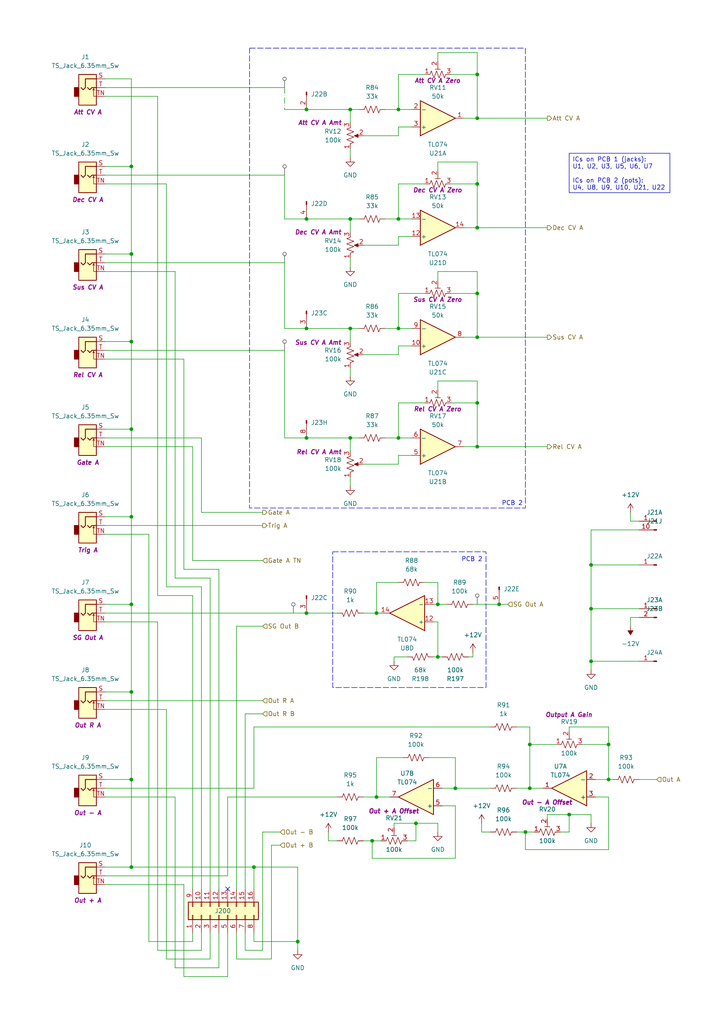
<source format=kicad_sch>
(kicad_sch (version 20250114) (generator "eeschema") (generator_version "9.0")
  (paper "A4" portrait)
  (title_block (company "DMH Instruments") (comment 1 "PCB for 15cm Kosmo format synthesizer module"))
  (lib_symbols
    (symbol "Amplifier_Operational:TL074" (pin_names (offset 0.127))
      (property "Reference" "U" (at 0 5.08 0))
      (property "Value" "TL074" (at 0 -5.08 0))
      (symbol "TL074_1_1"
        (pin input line (at -7.62 2.54 0) (length 2.54) (name "+") (number "3"))
        (pin input line (at -7.62 -2.54 0) (length 2.54) (name "-") (number "2"))
        (pin output line (at 7.62 0 180) (length 2.54) (name "~") (number "1"))
      )
      (symbol "TL074_2_1"
        (pin input line (at -7.62 2.54 0) (length 2.54) (name "+") (number "5"))
        (pin input line (at -7.62 -2.54 0) (length 2.54) (name "-") (number "6"))
        (pin output line (at 7.62 0 180) (length 2.54) (name "~") (number "7"))
      )
      (symbol "TL074_3_1"
        (pin input line (at -7.62 2.54 0) (length 2.54) (name "+") (number "10"))
        (pin input line (at -7.62 -2.54 0) (length 2.54) (name "-") (number "9"))
        (pin output line (at 7.62 0 180) (length 2.54) (name "~") (number "8"))
      )
      (symbol "TL074_4_1"
        (pin input line (at -7.62 2.54 0) (length 2.54) (name "+") (number "12"))
        (pin input line (at -7.62 -2.54 0) (length 2.54) (name "-") (number "13"))
        (pin output line (at 7.62 0 180) (length 2.54) (name "~") (number "14"))
      )
      (symbol "TL074_5_1"
        (pin power_in line (at -2.54 7.62 270) (length 3.81) (name "V+") (number "4"))
        (pin power_in line (at -2.54 -7.62 90) (length 3.81) (name "V-") (number "11"))
      )
    )
    (symbol "Device:R_Potentiometer_Trim_US" (pin_names (offset 1.016) (hide yes))
      (property "Reference" "RV" (at -4.445 0 90))
      (property "Value" "R_Potentiometer_Trim_US" (at -2.54 0 90))
      (symbol "R_Potentiometer_Trim_US_1_1"
        (pin passive line (at 0 3.81 270) (length 1.27) (name "1") (number "1"))
        (pin passive line (at 0 -3.81 90) (length 1.27) (name "3") (number "3"))
        (pin passive line (at 3.81 0 180) (length 1.27) (name "2") (number "2"))
      )
    )
    (symbol "Device:R_Potentiometer_US" (pin_names (offset 1.016) (hide yes))
      (property "Reference" "RV" (at -4.445 0 90))
      (property "Value" "R_Potentiometer_US" (at -2.54 0 90))
      (symbol "R_Potentiometer_US_1_1"
        (pin passive line (at 0 3.81 270) (length 1.27) (name "1") (number "1"))
        (pin passive line (at 0 -3.81 90) (length 1.27) (name "3") (number "3"))
        (pin passive line (at 3.81 0 180) (length 1.27) (name "2") (number "2"))
      )
    )
    (symbol "Device:R_US" (pin_numbers (hide yes)) (pin_names (offset 0))
      (property "Reference" "R" (at 2.54 0 90))
      (property "Value" "R_US" (at -2.54 0 90))
      (symbol "R_US_1_1"
        (pin passive line (at 0 3.81 270) (length 1.27) (name "~") (number "1"))
        (pin passive line (at 0 -3.81 90) (length 1.27) (name "~") (number "2"))
      )
    )
    (symbol "SynthStuff:BackBone_Connector_16Pin" (pin_names (offset 1.016) (hide yes))
      (property "Reference" "J" (at 1.27 -16.51 0))
      (property "Value" "IDC_02x08" (at 1.27 -13.97 0))
      (symbol "BackBone_Connector_16Pin_1_1"
        (pin passive line (at -5.08 7.62 0) (length 3.81) (name "Pin_1") (number "1"))
        (pin passive line (at -5.08 5.08 0) (length 3.81) (name "Pin_2") (number "2"))
        (pin passive line (at -5.08 2.54 0) (length 3.81) (name "Pin_3") (number "3"))
        (pin passive line (at -5.08 0 0) (length 3.81) (name "Pin_4") (number "4"))
        (pin passive line (at -5.08 -2.54 0) (length 3.81) (name "Pin_5") (number "5"))
        (pin passive line (at -5.08 -5.08 0) (length 3.81) (name "Pin_6") (number "6"))
        (pin passive line (at -5.08 -7.62 0) (length 3.81) (name "Pin_7") (number "7"))
        (pin passive line (at -5.08 -10.16 0) (length 3.81) (name "Pin_8") (number "8"))
        (pin passive line (at 7.62 7.62 180) (length 3.81) (name "Pin_9") (number "9"))
        (pin passive line (at 7.62 5.08 180) (length 3.81) (name "Pin_10") (number "10"))
        (pin passive line (at 7.62 2.54 180) (length 3.81) (name "Pin_11") (number "11"))
        (pin passive line (at 7.62 0 180) (length 3.81) (name "Pin_12") (number "12"))
        (pin passive line (at 7.62 -2.54 180) (length 3.81) (name "Pin_13") (number "13"))
        (pin passive line (at 7.62 -5.08 180) (length 3.81) (name "Pin_14") (number "14"))
        (pin passive line (at 7.62 -7.62 180) (length 3.81) (name "Pin_15") (number "15"))
        (pin passive line (at 7.62 -10.16 180) (length 3.81) (name "Pin_16") (number "16"))
      )
    )
    (symbol "SynthStuff:Conn_01x06_PinHeader" (pin_names (offset 1.016) (hide yes))
      (property "Reference" "J" (at 0 2.54 0))
      (symbol "Conn_01x06_PinHeader_1_1"
        (pin passive line (at 5.08 0 180) (length 3.81) (name "Pin_1") (number "1"))
      )
      (symbol "Conn_01x06_PinHeader_2_1"
        (pin passive line (at 5.08 0 180) (length 3.81) (name "Pin_2") (number "2"))
      )
      (symbol "Conn_01x06_PinHeader_3_1"
        (pin passive line (at 5.08 0 180) (length 3.81) (name "Pin_3") (number "3"))
      )
      (symbol "Conn_01x06_PinHeader_4_1"
        (pin passive line (at 5.08 0 180) (length 3.81) (name "Pin_4") (number "4"))
      )
      (symbol "Conn_01x06_PinHeader_5_1"
        (pin passive line (at 5.08 0 180) (length 3.81) (name "Pin_5") (number "5"))
      )
      (symbol "Conn_01x06_PinHeader_6_1"
        (pin passive line (at 5.08 0 180) (length 3.81) (name "Pin_6") (number "6"))
      )
    )
    (symbol "SynthStuff:Conn_01x10_PinHeader" (pin_names (offset 1.016) (hide yes))
      (property "Reference" "J" (at 0 2.54 0))
      (symbol "Conn_01x10_PinHeader_1_1"
        (pin passive line (at 5.08 0 180) (length 3.81) (name "Pin_1") (number "1"))
      )
      (symbol "Conn_01x10_PinHeader_2_1"
        (pin passive line (at 5.08 0 180) (length 3.81) (name "Pin_2") (number "2"))
      )
      (symbol "Conn_01x10_PinHeader_3_1"
        (pin passive line (at 5.08 0 180) (length 3.81) (name "Pin_3") (number "3"))
      )
      (symbol "Conn_01x10_PinHeader_4_1"
        (pin passive line (at 5.08 0 180) (length 3.81) (name "Pin_4") (number "4"))
      )
      (symbol "Conn_01x10_PinHeader_5_1"
        (pin passive line (at 5.08 0 180) (length 3.81) (name "Pin_5") (number "5"))
      )
      (symbol "Conn_01x10_PinHeader_6_1"
        (pin passive line (at 5.08 0 180) (length 3.81) (name "Pin_6") (number "6"))
      )
      (symbol "Conn_01x10_PinHeader_7_1"
        (pin passive line (at 5.08 0 180) (length 3.81) (name "Pin_7") (number "7"))
      )
      (symbol "Conn_01x10_PinHeader_8_1"
        (pin passive line (at 5.08 0 180) (length 3.81) (name "Pin_8") (number "8"))
      )
      (symbol "Conn_01x10_PinHeader_9_1"
        (pin passive line (at 5.08 0 180) (length 3.81) (name "Pin_9") (number "9"))
      )
      (symbol "Conn_01x10_PinHeader_10_1"
        (pin passive line (at 5.08 0 180) (length 3.81) (name "Pin_10") (number "10"))
      )
    )
    (symbol "SynthStuff:TS_Jack_6.35mm_Sw"
      (property "Reference" "J" (at -0.635 8.89 0))
      (property "Value" "TS_Jack_6.35mm_Sw" (at -0.635 6.35 0))
      (symbol "TS_Jack_6.35mm_Sw_1_1"
        (pin passive line (at 5.08 2.54 180) (length 2.54) (name "~") (number "S"))
        (pin passive line (at 5.08 0 180) (length 2.54) (name "~") (number "T"))
        (pin passive line (at 5.08 -2.54 180) (length 2.54) (name "~") (number "TN"))
      )
    )
    (symbol "power:+12V" (power) (pin_numbers (hide yes)) (pin_names (offset 0) (hide yes))
      (property "Value" "+12V" (at 0 3.556 0))
      (symbol "+12V_1_1"
        (pin power_in line (at 0 0 90) (length 0) (name "~") (number "1"))
      )
    )
    (symbol "power:-12V" (power) (pin_numbers (hide yes)) (pin_names (offset 0) (hide yes))
      (property "Value" "-12V" (at 0 3.556 0))
      (symbol "-12V_0_0"
        (pin power_in line (at 0 0 90) (length 0) (name "~") (number "1"))
      )
    )
    (symbol "power:GND" (power) (pin_numbers (hide yes)) (pin_names (offset 0) (hide yes))
      (property "Value" "GND" (at 0 -3.81 0))
      (symbol "GND_1_1"
        (pin power_in line (at 0 0 270) (length 0) (name "~") (number "1"))
      )
    )
  )
  (rectangle (start 72.39 13.97) (end 152.4 147.32) (stroke (width 0) (type dash)))
  (rectangle (start 96.52 160.02) (end 140.97 199.39) (stroke (width 0) (type dash)))
  (text "PCB 2" (at 148.59 146.05 0) (effects (font (size 1.27 1.27))))
  (text "PCB 2" (at 136.906 162.306 0) (effects (font (size 1.27 1.27))))
  (text_box "ICs on PCB 1 (jacks):\nU1, U2, U3, U5, U6, U7\n\nICs on PCB 2 (pots):\nU4, U8, U9, U10, U21, U22" (at 165.1 44.45 0) (size 29.21 11.43) (margins 0.9525 0.9525 0.9525 0.9525) (effects (font (size 1.27 1.27)) (justify left top)))
  (junction (at 107.95 243.84))
  (junction (at 176.53 215.9))
  (junction (at 171.45 163.83))
  (junction (at 38.1 124.46))
  (junction (at 115.57 95.25))
  (junction (at 38.1 175.26))
  (junction (at 144.78 175.26))
  (junction (at 38.1 99.06))
  (junction (at 165.1 236.22))
  (junction (at 73.66 251.46))
  (junction (at 120.65 238.76))
  (junction (at 38.1 226.06))
  (junction (at 171.45 176.53))
  (junction (at 176.53 226.06))
  (junction (at 153.67 228.6))
  (junction (at 138.43 116.84))
  (junction (at 115.57 31.75))
  (junction (at 127 175.26))
  (junction (at 153.67 215.9))
  (junction (at 109.22 177.8))
  (junction (at 101.6 95.25))
  (junction (at 138.43 129.54))
  (junction (at 138.43 85.09))
  (junction (at 171.45 191.77))
  (junction (at 109.22 231.14))
  (junction (at 38.1 200.66))
  (junction (at 138.43 21.59))
  (junction (at 127 190.5))
  (junction (at 88.9 95.25))
  (junction (at 132.08 228.6))
  (junction (at 138.43 66.04))
  (junction (at 86.36 273.05))
  (junction (at 138.43 34.29))
  (junction (at 115.57 127))
  (junction (at 88.9 177.8))
  (junction (at 88.9 63.5))
  (junction (at 115.57 63.5))
  (junction (at 101.6 63.5))
  (junction (at 152.4 241.3))
  (junction (at 101.6 31.75))
  (junction (at 138.43 97.79))
  (junction (at 88.9 127))
  (junction (at 38.1 251.46))
  (junction (at 88.9 31.75))
  (junction (at 38.1 48.26))
  (junction (at 38.1 149.86))
  (junction (at 138.43 53.34))
  (junction (at 101.6 127))
  (junction (at 38.1 73.66))
  (no_connect (at 66.04 257.81))
  (wire (pts (xy 138.43 34.29) (xy 158.75 34.29)))
  (wire (pts (xy 50.8 78.74) (xy 50.8 167.64)))
  (wire (pts (xy 76.2 275.59) (xy 71.12 275.59)))
  (wire (pts (xy 95.25 243.84) (xy 95.25 241.3)))
  (wire (pts (xy 73.66 270.51) (xy 73.66 273.05)))
  (wire (pts (xy 182.88 179.07) (xy 185.42 179.07)))
  (wire (pts (xy 185.42 226.06) (xy 190.5 226.06)))
  (wire (pts (xy 115.57 71.12) (xy 115.57 68.58)))
  (wire (pts (xy 48.26 278.13) (xy 60.96 278.13)))
  (wire (pts (xy 127 190.5) (xy 128.27 190.5)))
  (wire (pts (xy 118.11 243.84) (xy 120.65 243.84)))
  (wire (pts (xy 115.57 134.62) (xy 115.57 132.08)))
  (wire (pts (xy 30.48 25.4) (xy 82.55 25.4)))
  (wire (pts (xy 101.6 31.75) (xy 104.14 31.75)))
  (wire (pts (xy 88.9 95.25) (xy 101.6 95.25)))
  (wire (pts (xy 53.34 283.21) (xy 66.04 283.21)))
  (wire (pts (xy 101.6 95.25) (xy 104.14 95.25)))
  (wire (pts (xy 105.41 243.84) (xy 107.95 243.84)))
  (wire (pts (xy 30.48 101.6) (xy 82.55 101.6)))
  (wire (pts (xy 30.48 200.66) (xy 38.1 200.66)))
  (wire (pts (xy 58.42 170.18) (xy 58.42 257.81)))
  (wire (pts (xy 55.88 162.56) (xy 76.2 162.56)))
  (wire (pts (xy 152.4 241.3) (xy 154.94 241.3)))
  (wire (pts (xy 30.48 154.94) (xy 43.18 154.94)))
  (wire (pts (xy 115.57 100.33) (xy 119.38 100.33)))
  (wire (pts (xy 115.57 68.58) (xy 119.38 68.58)))
  (wire (pts (xy 115.57 102.87) (xy 115.57 100.33)))
  (wire (pts (xy 171.45 163.83) (xy 171.45 176.53)))
  (wire (pts (xy 50.8 231.14) (xy 50.8 280.67)))
  (wire (pts (xy 53.34 104.14) (xy 30.48 104.14)))
  (wire (pts (xy 88.9 31.75) (xy 101.6 31.75)))
  (wire (pts (xy 82.55 76.2) (xy 82.55 95.25)))
  (wire (pts (xy 73.66 228.6) (xy 73.66 210.82)))
  (wire (pts (xy 45.72 275.59) (xy 58.42 275.59)))
  (wire (pts (xy 78.74 245.11) (xy 78.74 278.13)))
  (wire (pts (xy 127 168.91) (xy 127 175.26)))
  (wire (pts (xy 165.1 210.82) (xy 176.53 210.82)))
  (wire (pts (xy 30.48 50.8) (xy 82.55 50.8)))
  (wire (pts (xy 171.45 236.22) (xy 171.45 238.76)))
  (wire (pts (xy 38.1 124.46) (xy 38.1 149.86)))
  (wire (pts (xy 50.8 280.67) (xy 63.5 280.67)))
  (wire (pts (xy 130.81 116.84) (xy 138.43 116.84)))
  (wire (pts (xy 153.67 228.6) (xy 157.48 228.6)))
  (wire (pts (xy 50.8 167.64) (xy 60.96 167.64)))
  (wire (pts (xy 127 238.76) (xy 120.65 238.76)))
  (wire (pts (xy 78.74 278.13) (xy 68.58 278.13)))
  (wire (pts (xy 172.72 226.06) (xy 176.53 226.06)))
  (wire (pts (xy 30.48 226.06) (xy 38.1 226.06)))
  (wire (pts (xy 111.76 95.25) (xy 115.57 95.25)))
  (wire (pts (xy 76.2 181.61) (xy 68.58 181.61)))
  (wire (pts (xy 82.55 95.25) (xy 88.9 95.25)))
  (wire (pts (xy 105.41 102.87) (xy 115.57 102.87)))
  (wire (pts (xy 129.54 175.26) (xy 127 175.26)))
  (wire (pts (xy 30.48 22.86) (xy 38.1 22.86)))
  (wire (pts (xy 53.34 104.14) (xy 53.34 165.1)))
  (wire (pts (xy 115.57 132.08) (xy 119.38 132.08)))
  (wire (pts (xy 118.11 190.5) (xy 114.3 190.5)))
  (wire (pts (xy 171.45 176.53) (xy 185.42 176.53)))
  (wire (pts (xy 110.49 177.8) (xy 109.22 177.8)))
  (wire (pts (xy 38.1 200.66) (xy 38.1 226.06)))
  (wire (pts (xy 82.55 101.6) (xy 82.55 127)))
  (wire (pts (xy 138.43 129.54) (xy 158.75 129.54)))
  (wire (pts (xy 115.57 39.37) (xy 115.57 36.83)))
  (wire (pts (xy 111.76 63.5) (xy 115.57 63.5)))
  (wire (pts (xy 139.7 241.3) (xy 142.24 241.3)))
  (wire (pts (xy 71.12 275.59) (xy 71.12 270.51)))
  (wire (pts (xy 176.53 210.82) (xy 176.53 215.9)))
  (wire (pts (xy 45.72 180.34) (xy 45.72 275.59)))
  (wire (pts (xy 101.6 127) (xy 104.14 127)))
  (wire (pts (xy 86.36 275.59) (xy 86.36 273.05)))
  (wire (pts (xy 58.42 275.59) (xy 58.42 270.51)))
  (wire (pts (xy 125.73 180.34) (xy 127 180.34)))
  (wire (pts (xy 152.4 246.38) (xy 176.53 246.38)))
  (wire (pts (xy 30.48 129.54) (xy 55.88 129.54)))
  (wire (pts (xy 66.04 231.14) (xy 97.79 231.14)))
  (wire (pts (xy 101.6 95.25) (xy 101.6 99.06)))
  (wire (pts (xy 127 49.53) (xy 127 46.99)))
  (wire (pts (xy 124.46 219.71) (xy 132.08 219.71)))
  (wire (pts (xy 30.48 76.2) (xy 82.55 76.2)))
  (wire (pts (xy 48.26 170.18) (xy 58.42 170.18)))
  (wire (pts (xy 127 110.49) (xy 138.43 110.49)))
  (wire (pts (xy 30.48 48.26) (xy 38.1 48.26)))
  (wire (pts (xy 88.9 63.5) (xy 101.6 63.5)))
  (wire (pts (xy 81.28 241.3) (xy 76.2 241.3)))
  (wire (pts (xy 172.72 231.14) (xy 176.53 231.14)))
  (wire (pts (xy 185.42 153.67) (xy 171.45 153.67)))
  (wire (pts (xy 45.72 172.72) (xy 55.88 172.72)))
  (wire (pts (xy 176.53 215.9) (xy 176.53 226.06)))
  (wire (pts (xy 138.43 15.24) (xy 138.43 21.59)))
  (wire (pts (xy 88.9 177.8) (xy 97.79 177.8)))
  (wire (pts (xy 105.41 39.37) (xy 115.57 39.37)))
  (wire (pts (xy 158.75 236.22) (xy 165.1 236.22)))
  (wire (pts (xy 171.45 153.67) (xy 171.45 163.83)))
  (wire (pts (xy 128.27 233.68) (xy 132.08 233.68)))
  (wire (pts (xy 38.1 99.06) (xy 38.1 124.46)))
  (wire (pts (xy 115.57 95.25) (xy 119.38 95.25)))
  (wire (pts (xy 30.48 203.2) (xy 76.2 203.2)))
  (wire (pts (xy 115.57 36.83) (xy 119.38 36.83)))
  (wire (pts (xy 38.1 251.46) (xy 73.66 251.46)))
  (wire (pts (xy 81.28 245.11) (xy 78.74 245.11)))
  (wire (pts (xy 101.6 106.68) (xy 101.6 109.22)))
  (wire (pts (xy 182.88 148.59) (xy 182.88 151.13)))
  (wire (pts (xy 127 113.03) (xy 127 110.49)))
  (wire (pts (xy 176.53 246.38) (xy 176.53 231.14)))
  (wire (pts (xy 38.1 73.66) (xy 38.1 99.06)))
  (wire (pts (xy 30.48 231.14) (xy 50.8 231.14)))
  (wire (pts (xy 115.57 116.84) (xy 123.19 116.84)))
  (wire (pts (xy 125.73 190.5) (xy 127 190.5)))
  (wire (pts (xy 76.2 207.01) (xy 71.12 207.01)))
  (wire (pts (xy 130.81 21.59) (xy 138.43 21.59)))
  (wire (pts (xy 30.48 27.94) (xy 45.72 27.94)))
  (wire (pts (xy 115.57 85.09) (xy 123.19 85.09)))
  (wire (pts (xy 30.48 254) (xy 66.04 254)))
  (wire (pts (xy 115.57 53.34) (xy 123.19 53.34)))
  (wire (pts (xy 153.67 210.82) (xy 153.67 215.9)))
  (wire (pts (xy 165.1 212.09) (xy 165.1 210.82)))
  (wire (pts (xy 38.1 149.86) (xy 38.1 175.26)))
  (wire (pts (xy 111.76 127) (xy 115.57 127)))
  (wire (pts (xy 132.08 233.68) (xy 132.08 248.92)))
  (wire (pts (xy 114.3 238.76) (xy 114.3 240.03)))
  (wire (pts (xy 158.75 237.49) (xy 158.75 236.22)))
  (wire (pts (xy 82.55 127) (xy 88.9 127)))
  (wire (pts (xy 171.45 191.77) (xy 185.42 191.77)))
  (wire (pts (xy 138.43 46.99) (xy 138.43 53.34)))
  (wire (pts (xy 73.66 251.46) (xy 73.66 257.81)))
  (wire (pts (xy 43.18 154.94) (xy 43.18 273.05)))
  (wire (pts (xy 105.41 71.12) (xy 115.57 71.12)))
  (wire (pts (xy 38.1 226.06) (xy 38.1 251.46)))
  (wire (pts (xy 139.7 238.76) (xy 139.7 241.3)))
  (wire (pts (xy 127 175.26) (xy 125.73 175.26)))
  (wire (pts (xy 123.19 168.91) (xy 127 168.91)))
  (wire (pts (xy 101.6 127) (xy 101.6 130.81)))
  (wire (pts (xy 109.22 231.14) (xy 113.03 231.14)))
  (wire (pts (xy 168.91 215.9) (xy 176.53 215.9)))
  (wire (pts (xy 132.08 248.92) (xy 107.95 248.92)))
  (wire (pts (xy 127 241.3) (xy 127 238.76)))
  (wire (pts (xy 116.84 219.71) (xy 109.22 219.71)))
  (wire (pts (xy 73.66 251.46) (xy 86.36 251.46)))
  (wire (pts (xy 58.42 127) (xy 58.42 148.59)))
  (wire (pts (xy 66.04 231.14) (xy 66.04 254)))
  (wire (pts (xy 53.34 256.54) (xy 53.34 283.21)))
  (wire (pts (xy 149.86 210.82) (xy 153.67 210.82)))
  (wire (pts (xy 82.55 63.5) (xy 88.9 63.5)))
  (wire (pts (xy 30.48 177.8) (xy 88.9 177.8)))
  (wire (pts (xy 86.36 273.05) (xy 86.36 251.46)))
  (wire (pts (xy 101.6 31.75) (xy 101.6 35.56)))
  (wire (pts (xy 109.22 219.71) (xy 109.22 231.14)))
  (wire (pts (xy 30.48 99.06) (xy 38.1 99.06)))
  (wire (pts (xy 127 180.34) (xy 127 190.5)))
  (wire (pts (xy 73.66 210.82) (xy 142.24 210.82)))
  (wire (pts (xy 30.48 175.26) (xy 38.1 175.26)))
  (wire (pts (xy 138.43 34.29) (xy 134.62 34.29)))
  (wire (pts (xy 30.48 152.4) (xy 76.2 152.4)))
  (wire (pts (xy 144.78 175.26) (xy 147.32 175.26)))
  (wire (pts (xy 132.08 228.6) (xy 142.24 228.6)))
  (wire (pts (xy 30.48 124.46) (xy 38.1 124.46)))
  (wire (pts (xy 30.48 228.6) (xy 73.66 228.6)))
  (wire (pts (xy 68.58 181.61) (xy 68.58 257.81)))
  (wire (pts (xy 127 17.78) (xy 127 15.24)))
  (wire (pts (xy 138.43 116.84) (xy 138.43 129.54)))
  (wire (pts (xy 82.55 31.75) (xy 88.9 31.75)))
  (wire (pts (xy 135.89 190.5) (xy 137.16 190.5)))
  (wire (pts (xy 45.72 27.94) (xy 45.72 172.72)))
  (wire (pts (xy 138.43 97.79) (xy 134.62 97.79)))
  (wire (pts (xy 63.5 280.67) (xy 63.5 270.51)))
  (wire (pts (xy 55.88 129.54) (xy 55.88 162.56)))
  (wire (pts (xy 130.81 53.34) (xy 138.43 53.34)))
  (wire (pts (xy 88.9 127) (xy 101.6 127)))
  (wire (pts (xy 137.16 175.26) (xy 144.78 175.26)))
  (wire (pts (xy 115.57 127) (xy 119.38 127)))
  (wire (pts (xy 97.79 243.84) (xy 95.25 243.84)))
  (wire (pts (xy 73.66 273.05) (xy 86.36 273.05)))
  (wire (pts (xy 138.43 21.59) (xy 138.43 34.29)))
  (wire (pts (xy 43.18 273.05) (xy 55.88 273.05)))
  (wire (pts (xy 138.43 129.54) (xy 134.62 129.54)))
  (wire (pts (xy 185.42 151.13) (xy 182.88 151.13)))
  (wire (pts (xy 114.3 190.5) (xy 114.3 191.77)))
  (wire (pts (xy 107.95 243.84) (xy 107.95 248.92)))
  (wire (pts (xy 30.48 78.74) (xy 50.8 78.74)))
  (wire (pts (xy 138.43 66.04) (xy 158.75 66.04)))
  (wire (pts (xy 115.57 21.59) (xy 123.19 21.59)))
  (wire (pts (xy 101.6 74.93) (xy 101.6 77.47)))
  (wire (pts (xy 165.1 241.3) (xy 162.56 241.3)))
  (wire (pts (xy 138.43 97.79) (xy 158.75 97.79)))
  (wire (pts (xy 171.45 191.77) (xy 171.45 194.31)))
  (wire (pts (xy 127 46.99) (xy 138.43 46.99)))
  (wire (pts (xy 171.45 163.83) (xy 185.42 163.83)))
  (wire (pts (xy 138.43 78.74) (xy 138.43 85.09)))
  (wire (pts (xy 120.65 238.76) (xy 120.65 243.84)))
  (wire (pts (xy 149.86 228.6) (xy 153.67 228.6)))
  (wire (pts (xy 127 15.24) (xy 138.43 15.24)))
  (wire (pts (xy 149.86 241.3) (xy 152.4 241.3)))
  (wire (pts (xy 101.6 43.18) (xy 101.6 45.72)))
  (wire (pts (xy 138.43 53.34) (xy 138.43 66.04)))
  (wire (pts (xy 153.67 215.9) (xy 153.67 228.6)))
  (wire (pts (xy 58.42 148.59) (xy 76.2 148.59)))
  (wire (pts (xy 38.1 22.86) (xy 38.1 48.26)))
  (wire (pts (xy 76.2 241.3) (xy 76.2 275.59)))
  (wire (pts (xy 115.57 21.59) (xy 115.57 31.75)))
  (wire (pts (xy 38.1 48.26) (xy 38.1 73.66)))
  (wire (pts (xy 115.57 85.09) (xy 115.57 95.25)))
  (wire (pts (xy 30.48 149.86) (xy 38.1 149.86)))
  (wire (pts (xy 171.45 176.53) (xy 171.45 191.77)))
  (wire (pts (xy 137.16 190.5) (xy 137.16 189.23)))
  (wire (pts (xy 138.43 110.49) (xy 138.43 116.84)))
  (wire (pts (xy 138.43 66.04) (xy 134.62 66.04)))
  (wire (pts (xy 107.95 243.84) (xy 110.49 243.84)))
  (wire (pts (xy 38.1 251.46) (xy 30.48 251.46)))
  (wire (pts (xy 111.76 31.75) (xy 115.57 31.75)))
  (wire (pts (xy 161.29 215.9) (xy 153.67 215.9)))
  (wire (pts (xy 53.34 165.1) (xy 63.5 165.1)))
  (wire (pts (xy 138.43 85.09) (xy 138.43 97.79)))
  (wire (pts (xy 127 81.28) (xy 127 78.74)))
  (wire (pts (xy 132.08 219.71) (xy 132.08 228.6)))
  (wire (pts (xy 30.48 127) (xy 58.42 127)))
  (wire (pts (xy 48.26 53.34) (xy 48.26 170.18)))
  (wire (pts (xy 120.65 238.76) (xy 114.3 238.76)))
  (wire (pts (xy 60.96 167.64) (xy 60.96 257.81)))
  (wire (pts (xy 115.57 168.91) (xy 109.22 168.91)))
  (wire (pts (xy 101.6 63.5) (xy 101.6 67.31)))
  (wire (pts (xy 115.57 116.84) (xy 115.57 127)))
  (wire (pts (xy 30.48 73.66) (xy 38.1 73.66)))
  (wire (pts (xy 30.48 53.34) (xy 48.26 53.34)))
  (wire (pts (xy 55.88 172.72) (xy 55.88 257.81)))
  (wire (pts (xy 176.53 226.06) (xy 177.8 226.06)))
  (wire (pts (xy 109.22 168.91) (xy 109.22 177.8)))
  (wire (pts (xy 182.88 181.61) (xy 182.88 179.07)))
  (wire (pts (xy 48.26 205.74) (xy 48.26 278.13)))
  (wire (pts (xy 115.57 53.34) (xy 115.57 63.5)))
  (wire (pts (xy 68.58 278.13) (xy 68.58 270.51)))
  (wire (pts (xy 105.41 231.14) (xy 109.22 231.14)))
  (wire (pts (xy 60.96 278.13) (xy 60.96 270.51)))
  (wire (pts (xy 115.57 31.75) (xy 119.38 31.75)))
  (wire (pts (xy 105.41 134.62) (xy 115.57 134.62)))
  (wire (pts (xy 165.1 241.3) (xy 165.1 236.22)))
  (wire (pts (xy 30.48 180.34) (xy 45.72 180.34)))
  (wire (pts (xy 130.81 85.09) (xy 138.43 85.09)))
  (wire (pts (xy 82.55 25.4) (xy 82.55 31.75)) (stroke (width 0) (type dash_dot)))
  (wire (pts (xy 128.27 228.6) (xy 132.08 228.6)))
  (wire (pts (xy 115.57 63.5) (xy 119.38 63.5)))
  (wire (pts (xy 152.4 241.3) (xy 152.4 246.38)))
  (wire (pts (xy 63.5 165.1) (xy 63.5 257.81)))
  (wire (pts (xy 38.1 175.26) (xy 38.1 200.66)))
  (wire (pts (xy 101.6 63.5) (xy 104.14 63.5)))
  (wire (pts (xy 82.55 50.8) (xy 82.55 63.5)))
  (wire (pts (xy 55.88 273.05) (xy 55.88 270.51)))
  (wire (pts (xy 66.04 283.21) (xy 66.04 270.51)))
  (wire (pts (xy 30.48 256.54) (xy 53.34 256.54)))
  (wire (pts (xy 71.12 207.01) (xy 71.12 257.81)))
  (wire (pts (xy 101.6 138.43) (xy 101.6 140.97)))
  (wire (pts (xy 165.1 236.22) (xy 171.45 236.22)))
  (wire (pts (xy 105.41 177.8) (xy 109.22 177.8)))
  (wire (pts (xy 127 78.74) (xy 138.43 78.74)))
  (wire (pts (xy 30.48 205.74) (xy 48.26 205.74)))
  (hierarchical_label "SG Out B" (shape input) (at 76.2 181.61 0))
  (hierarchical_label "SG Out A" (shape input) (at 147.32 175.26 0))
  (hierarchical_label "Out R A" (shape input) (at 76.2 203.2 0))
  (hierarchical_label "Rel CV A" (shape output) (at 158.75 129.54 0))
  (hierarchical_label "Sus CV A" (shape output) (at 158.75 97.79 0))
  (hierarchical_label "Dec CV A" (shape output) (at 158.75 66.04 0))
  (hierarchical_label "Gate A TN" (shape input) (at 76.2 162.56 0))
  (hierarchical_label "Out A" (shape input) (at 190.5 226.06 0))
  (hierarchical_label "Out - B" (shape input) (at 81.28 241.3 0))
  (hierarchical_label "Out + B" (shape input) (at 81.28 245.11 0))
  (hierarchical_label "Gate A" (shape output) (at 76.2 148.59 0))
  (hierarchical_label "Out R B" (shape input) (at 76.2 207.01 0))
  (hierarchical_label "Trig A" (shape output) (at 76.2 152.4 0))
  (hierarchical_label "Att CV A" (shape output) (at 158.75 34.29 0))
  (netclass_flag "" (length 2.54) (shape round) (at 82.55 76.2 0) (property "Netclass" "CrossPCB" (effects (hide yes))))
  (netclass_flag "" (length 2.54) (shape round) (at 82.55 101.6 0) (property "Netclass" "CrossPCB" (effects (hide yes))))
  (netclass_flag "" (length 2.54) (shape round) (at 82.55 50.8 0) (property "Netclass" "CrossPCB" (effects (hide yes))))
  (netclass_flag "" (length 2.54) (shape round) (at 138.43 175.26 0) (property "Netclass" "CrossPCB" (effects (hide yes))))
  (netclass_flag "" (length 2.54) (shape round) (at 82.55 25.4 0) (property "Netclass" "CrossPCB" (effects (hide yes))))
  (netclass_flag "" (length 2.54) (shape round) (at 85.09 177.8 0) (property "Netclass" "CrossPCB" (effects (hide yes))))
  (symbol (lib_id "Device:R_US") (at 181.61 226.06 270) (unit 1)
    (property "Reference" "R93" (at 181.61 219.71 90))
    (property "Value" "100k" (at 181.61 222.25 90))
    (property "Footprint" "Resistor_THT:R_Axial_DIN0207_L6.3mm_D2.5mm_P7.62mm_Horizontal" (effects (hide yes)))
    (property "Description" "Resistor, US symbol" (effects (hide yes)))
  )
  (symbol (lib_id "SynthStuff:Conn_01x10_PinHeader") (at 88.9 58.42 270) (unit 4)
    (property "Reference" "J22" (at 90.17 59.0549 90) (effects (justify left)))
    (property "Value" "Conn_01x10_PinHeader" (effects (hide yes)))
    (property "Footprint" "Connector_PinHeader_2.54mm:PinHeader_1x10_P2.54mm_Vertical" (effects (hide yes)))
    (property "Description" "Generic connector, single row, 01x10" (effects (hide yes)))
  )
  (symbol (lib_id "Device:R_US") (at 101.6 243.84 270) (unit 1)
    (property "Reference" "R97" (at 101.6 237.49 90))
    (property "Value" "100k" (at 101.6 240.03 90))
    (property "Footprint" "Resistor_THT:R_Axial_DIN0207_L6.3mm_D2.5mm_P7.62mm_Horizontal" (effects (hide yes)))
    (property "Description" "Resistor, US symbol" (effects (hide yes)))
  )
  (symbol (lib_id "Device:R_Potentiometer_Trim_US") (at 158.75 241.3 90) (unit 1)
    (property "Reference" "RV20" (at 158.75 234.696 90))
    (property "Value" "100k" (at 158.75 243.84 90))
    (property "Footprint" "Potentiometer_THT:Potentiometer_Bourns_3296W_Vertical" (effects (hide yes)))
    (property "Description" "Trim-potentiometer, US symbol" (effects (hide yes)))
    (property "Function" "Out - A Offset" (at 158.75 232.664 90) (effects (font (thickness 0.254) (bold yes) (italic yes))))
  )
  (symbol (lib_id "Amplifier_Operational:TL074") (at 127 129.54 0) (mirror x) (unit 2) (on_board no)
    (property "Reference" "U21" (at 127 139.7 0))
    (property "Value" "TL074" (at 127 137.16 0))
    (property "Footprint" "Package_DIP:DIP-14_W7.62mm_Socket" (effects (hide yes)))
    (property "Datasheet" "http://www.ti.com/lit/ds/symlink/tl071.pdf" (effects (hide yes)))
    (property "Description" "Quad Low-Noise JFET-Input Operational Amplifiers, DIP-14/SOIC-14" (effects (hide yes)))
  )
  (symbol (lib_id "Device:R_US") (at 101.6 177.8 90) (mirror x) (unit 1) (on_board no)
    (property "Reference" "R90" (at 101.6 171.45 90))
    (property "Value" "1k" (at 101.6 173.99 90))
    (property "Footprint" "Resistor_THT:R_Axial_DIN0207_L6.3mm_D2.5mm_P7.62mm_Horizontal" (effects (hide yes)))
    (property "Description" "Resistor, US symbol" (effects (hide yes)))
  )
  (symbol (lib_id "SynthStuff:Conn_01x10_PinHeader") (at 88.9 121.92 270) (unit 8)
    (property "Reference" "J23" (at 90.17 122.5549 90) (effects (justify left)))
    (property "Value" "Conn_01x10_PinHeader" (effects (hide yes)))
    (property "Footprint" "Connector_PinHeader_2.54mm:PinHeader_1x10_P2.54mm_Vertical" (effects (hide yes)))
    (property "Description" "Generic connector, single row, 01x10" (effects (hide yes)))
  )
  (symbol (lib_id "Device:R_US") (at 107.95 127 90) (unit 1) (on_board no)
    (property "Reference" "R87" (at 107.95 120.65 90))
    (property "Value" "33k" (at 107.95 123.19 90))
    (property "Footprint" "Resistor_THT:R_Axial_DIN0207_L6.3mm_D2.5mm_P7.62mm_Horizontal" (effects (hide yes)))
    (property "Description" "Resistor, US symbol" (effects (hide yes)))
  )
  (symbol (lib_id "SynthStuff:Conn_01x10_PinHeader") (at 88.9 90.17 270) (unit 3)
    (property "Reference" "J23" (at 90.17 90.8049 90) (effects (justify left)))
    (property "Value" "Conn_01x10_PinHeader" (effects (hide yes)))
    (property "Footprint" "Connector_PinHeader_2.54mm:PinHeader_1x10_P2.54mm_Vertical" (effects (hide yes)))
    (property "Description" "Generic connector, single row, 01x10" (effects (hide yes)))
  )
  (symbol (lib_id "Device:R_Potentiometer_Trim_US") (at 114.3 243.84 90) (unit 1)
    (property "Reference" "RV21" (at 114.3 237.236 90))
    (property "Value" "100k" (at 114.3 246.38 90))
    (property "Footprint" "Potentiometer_THT:Potentiometer_Bourns_3296W_Vertical" (effects (hide yes)))
    (property "Description" "Trim-potentiometer, US symbol" (effects (hide yes)))
    (property "Function" "Out + A Offset" (at 114.3 235.204 90) (effects (font (thickness 0.254) (bold yes) (italic yes))))
  )
  (symbol (lib_id "SynthStuff:Conn_01x10_PinHeader") (at 190.5 163.83 180) (unit 1)
    (property "Reference" "J22" (at 189.865 161.29 0))
    (property "Value" "Conn_01x10_PinHeader" (effects (hide yes)))
    (property "Footprint" "Connector_PinHeader_2.54mm:PinHeader_1x10_P2.54mm_Vertical" (effects (hide yes)))
    (property "Description" "Generic connector, single row, 01x10" (effects (hide yes)))
  )
  (symbol (lib_id "Device:R_US") (at 119.38 168.91 270) (unit 1) (on_board no)
    (property "Reference" "R88" (at 119.38 162.56 90))
    (property "Value" "68k" (at 119.38 165.1 90))
    (property "Footprint" "Resistor_THT:R_Axial_DIN0207_L6.3mm_D2.5mm_P7.62mm_Horizontal" (effects (hide yes)))
    (property "Description" "Resistor, US symbol" (effects (hide yes)))
  )
  (symbol (lib_id "power:+12V") (at 137.16 189.23 0) (unit 1) (on_board no)
    (property "Reference" "#PWR040" (effects (hide yes)))
    (property "Value" "+12V" (at 137.16 184.15 0))
    (property "Description" "Power symbol creates a global label with name \"+12V\"" (effects (hide yes)))
  )
  (symbol (lib_id "SynthStuff:Conn_01x10_PinHeader") (at 190.5 151.13 180) (unit 1)
    (property "Reference" "J21" (at 189.865 148.59 0))
    (property "Value" "Conn_01x10_PinHeader" (effects (hide yes)))
    (property "Footprint" "Connector_PinHeader_2.54mm:PinHeader_1x10_P2.54mm_Vertical" (effects (hide yes)))
    (property "Description" "Generic connector, single row, 01x10" (effects (hide yes)))
  )
  (symbol (lib_id "Amplifier_Operational:TL074") (at 165.1 228.6 180) (unit 1)
    (property "Reference" "U7" (at 162.56 222.25 0))
    (property "Value" "TL074" (at 162.56 224.79 0))
    (property "Footprint" "Package_DIP:DIP-14_W7.62mm_Socket" (effects (hide yes)))
    (property "Datasheet" "http://www.ti.com/lit/ds/symlink/tl071.pdf" (effects (hide yes)))
    (property "Description" "Quad Low-Noise JFET-Input Operational Amplifiers, DIP-14/SOIC-14" (effects (hide yes)))
  )
  (symbol (lib_id "Amplifier_Operational:TL074") (at 120.65 231.14 180) (unit 2)
    (property "Reference" "U7" (at 118.11 224.282 0))
    (property "Value" "TL074" (at 118.11 226.822 0))
    (property "Footprint" "Package_DIP:DIP-14_W7.62mm_Socket" (effects (hide yes)))
    (property "Datasheet" "http://www.ti.com/lit/ds/symlink/tl071.pdf" (effects (hide yes)))
    (property "Description" "Quad Low-Noise JFET-Input Operational Amplifiers, DIP-14/SOIC-14" (effects (hide yes)))
  )
  (symbol (lib_id "Device:R_US") (at 101.6 231.14 270) (unit 1)
    (property "Reference" "R95" (at 101.6 224.79 90))
    (property "Value" "1k" (at 101.6 227.33 90))
    (property "Footprint" "Resistor_THT:R_Axial_DIN0207_L6.3mm_D2.5mm_P7.62mm_Horizontal" (effects (hide yes)))
    (property "Description" "Resistor, US symbol" (effects (hide yes)))
  )
  (symbol (lib_id "power:+12V") (at 139.7 238.76 0) (unit 1)
    (property "Reference" "#PWR093" (effects (hide yes)))
    (property "Value" "+12V" (at 139.7 233.68 0))
    (property "Description" "Power symbol creates a global label with name \"+12V\"" (effects (hide yes)))
  )
  (symbol (lib_id "SynthStuff:Conn_01x10_PinHeader") (at 144.78 170.18 270) (unit 5)
    (property "Reference" "J22" (at 146.05 170.8149 90) (effects (justify left)))
    (property "Value" "Conn_01x10_PinHeader" (effects (hide yes)))
    (property "Footprint" "Connector_PinHeader_2.54mm:PinHeader_1x10_P2.54mm_Vertical" (effects (hide yes)))
    (property "Description" "Generic connector, single row, 01x10" (effects (hide yes)))
  )
  (symbol (lib_id "Device:R_US") (at 107.95 95.25 90) (unit 1) (on_board no)
    (property "Reference" "R86" (at 107.95 88.9 90))
    (property "Value" "33k" (at 107.95 91.44 90))
    (property "Footprint" "Resistor_THT:R_Axial_DIN0207_L6.3mm_D2.5mm_P7.62mm_Horizontal" (effects (hide yes)))
    (property "Description" "Resistor, US symbol" (effects (hide yes)))
  )
  (symbol (lib_id "power:GND") (at 86.36 275.59 0) (unit 1)
    (property "Reference" "#PWR035" (effects (hide yes)))
    (property "Value" "GND" (at 86.36 280.67 0))
    (property "Description" "Power symbol creates a global label with name \"GND\" , ground" (effects (hide yes)))
  )
  (symbol (lib_id "Device:R_Potentiometer_Trim_US") (at 127 85.09 90) (unit 1) (on_board no)
    (property "Reference" "RV15" (at 127 88.9 90))
    (property "Value" "50k" (at 127 91.44 90))
    (property "Footprint" "Potentiometer_THT:Potentiometer_Bourns_3296X_Horizontal" (effects (hide yes)))
    (property "Description" "Trim-potentiometer, US symbol" (effects (hide yes)))
    (property "Function" "Sus CV A Zero" (at 127 86.868 90) (effects (font (thickness 0.254) (bold yes) (italic yes))))
  )
  (symbol (lib_id "SynthStuff:Conn_01x10_PinHeader") (at 190.5 176.53 180) (unit 1)
    (property "Reference" "J23" (at 189.865 173.99 0))
    (property "Value" "Conn_01x10_PinHeader" (effects (hide yes)))
    (property "Footprint" "Connector_PinHeader_2.54mm:PinHeader_1x10_P2.54mm_Vertical" (effects (hide yes)))
    (property "Description" "Generic connector, single row, 01x10" (effects (hide yes)))
  )
  (symbol (lib_id "power:GND") (at 114.3 191.77 0) (mirror y) (unit 1) (on_board no)
    (property "Reference" "#PWR091" (effects (hide yes)))
    (property "Value" "GND" (at 114.3 196.85 0))
    (property "Description" "Power symbol creates a global label with name \"GND\" , ground" (effects (hide yes)))
  )
  (symbol (lib_id "Device:R_US") (at 121.92 190.5 270) (mirror x) (unit 1) (on_board no)
    (property "Reference" "R198" (at 121.92 196.85 90))
    (property "Value" "68k" (at 121.92 194.31 90))
    (property "Footprint" "Resistor_THT:R_Axial_DIN0207_L6.3mm_D2.5mm_P7.62mm_Horizontal" (effects (hide yes)))
    (property "Description" "Resistor, US symbol" (effects (hide yes)))
  )
  (symbol (lib_id "power:+12V") (at 95.25 241.3 0) (unit 1)
    (property "Reference" "#PWR095" (effects (hide yes)))
    (property "Value" "+12V" (at 95.25 236.22 0))
    (property "Description" "Power symbol creates a global label with name \"+12V\"" (effects (hide yes)))
  )
  (symbol (lib_id "power:GND") (at 101.6 77.47 0) (unit 1) (on_board no)
    (property "Reference" "#PWR086" (effects (hide yes)))
    (property "Value" "GND" (at 101.6 82.55 0))
    (property "Description" "Power symbol creates a global label with name \"GND\" , ground" (effects (hide yes)))
  )
  (symbol (lib_id "Device:R_Potentiometer_US") (at 101.6 71.12 0) (mirror x) (unit 1) (on_board no)
    (property "Reference" "RV14" (at 99.06 69.8499 0) (effects (justify right)))
    (property "Value" "100k" (at 99.06 72.3899 0) (effects (justify right)))
    (property "Footprint" "SynthStuff:Potentiometer_TT_P110KH1" (effects (hide yes)))
    (property "Description" "Potentiometer, US symbol" (effects (hide yes)))
    (property "Function" "Dec CV A Amt" (at 92.202 67.31 0) (effects (font (thickness 0.254) (bold yes) (italic yes))))
  )
  (symbol (lib_id "SynthStuff:TS_Jack_6.35mm_Sw") (at 25.4 152.4 0) (unit 1)
    (property "Reference" "J6" (at 24.765 143.51 0))
    (property "Value" "TS_Jack_6.35mm_Sw" (at 24.765 146.05 0))
    (property "Footprint" "SynthStuff:CUI_MJ-63052A" (effects (hide yes)))
    (property "Description" "Audio Jack, 2 Poles (Mono / TS), Switched T Pole (Normalling), 6.35mm, 1/4inch" (effects (hide yes)))
    (property "Function" "Trig A" (at 25.4 159.512 0) (effects (font (thickness 0.254) (bold yes) (italic yes))))
  )
  (symbol (lib_id "power:GND") (at 171.45 194.31 0) (unit 1)
    (property "Reference" "#PWR092" (effects (hide yes)))
    (property "Value" "GND" (at 171.45 199.39 0))
    (property "Description" "Power symbol creates a global label with name \"GND\" , ground" (effects (hide yes)))
  )
  (symbol (lib_id "Device:R_US") (at 146.05 228.6 270) (unit 1)
    (property "Reference" "R94" (at 146.05 222.25 90))
    (property "Value" "100k" (at 146.05 224.79 90))
    (property "Footprint" "Resistor_THT:R_Axial_DIN0207_L6.3mm_D2.5mm_P7.62mm_Horizontal" (effects (hide yes)))
    (property "Description" "Resistor, US symbol" (effects (hide yes)))
  )
  (symbol (lib_id "Device:R_Potentiometer_Trim_US") (at 127 53.34 90) (unit 1) (on_board no)
    (property "Reference" "RV13" (at 127 57.15 90))
    (property "Value" "50k" (at 127 59.69 90))
    (property "Footprint" "Potentiometer_THT:Potentiometer_Bourns_3296X_Horizontal" (effects (hide yes)))
    (property "Description" "Trim-potentiometer, US symbol" (effects (hide yes)))
    (property "Function" "Dec CV A Zero" (at 127 55.118 90) (effects (font (thickness 0.254) (bold yes) (italic yes))))
  )
  (symbol (lib_id "Device:R_US") (at 133.35 175.26 270) (unit 1) (on_board no)
    (property "Reference" "R89" (at 133.35 168.91 90))
    (property "Value" "100k" (at 133.35 171.45 90))
    (property "Footprint" "Resistor_THT:R_Axial_DIN0207_L6.3mm_D2.5mm_P7.62mm_Horizontal" (effects (hide yes)))
    (property "Description" "Resistor, US symbol" (effects (hide yes)))
  )
  (symbol (lib_id "Device:R_US") (at 120.65 219.71 270) (unit 1)
    (property "Reference" "R92" (at 120.65 213.36 90))
    (property "Value" "100k" (at 120.65 215.9 90))
    (property "Footprint" "Resistor_THT:R_Axial_DIN0207_L6.3mm_D2.5mm_P7.62mm_Horizontal" (effects (hide yes)))
    (property "Description" "Resistor, US symbol" (effects (hide yes)))
  )
  (symbol (lib_id "SynthStuff:Conn_01x10_PinHeader") (at 88.9 172.72 270) (unit 3)
    (property "Reference" "J22" (at 90.17 173.3549 90) (effects (justify left)))
    (property "Value" "Conn_01x10_PinHeader" (effects (hide yes)))
    (property "Footprint" "Connector_PinHeader_2.54mm:PinHeader_1x10_P2.54mm_Vertical" (effects (hide yes)))
    (property "Description" "Generic connector, single row, 01x10" (effects (hide yes)))
  )
  (symbol (lib_id "power:GND") (at 127 241.3 0) (unit 1)
    (property "Reference" "#PWR096" (effects (hide yes)))
    (property "Value" "GND" (at 127 246.38 0))
    (property "Description" "Power symbol creates a global label with name \"GND\" , ground" (effects (hide yes)))
  )
  (symbol (lib_id "Device:R_US") (at 132.08 190.5 270) (mirror x) (unit 1) (on_board no)
    (property "Reference" "R197" (at 132.08 196.85 90))
    (property "Value" "100k" (at 132.08 194.31 90))
    (property "Footprint" "Resistor_THT:R_Axial_DIN0207_L6.3mm_D2.5mm_P7.62mm_Horizontal" (effects (hide yes)))
    (property "Description" "Resistor, US symbol" (effects (hide yes)))
  )
  (symbol (lib_id "SynthStuff:BackBone_Connector_16Pin") (at 63.5 265.43 90) (unit 1)
    (property "Reference" "J200" (at 67.056 264.16 90) (effects (justify left)))
    (property "Value" "IDC_02x08" (effects (hide yes)))
    (property "Footprint" "SynthStuff:IDC-Header_2x08_P2.54mm_Vertical_BackBone" (effects (hide yes)))
    (property "Description" "IDC jack, 2x8 pins, row a carries same signals as row b." (effects (hide yes)))
  )
  (symbol (lib_id "Amplifier_Operational:TL074") (at 127 34.29 0) (mirror x) (unit 1) (on_board no)
    (property "Reference" "U21" (at 127 44.45 0))
    (property "Value" "TL074" (at 127 41.91 0))
    (property "Footprint" "Package_DIP:DIP-14_W7.62mm_Socket" (effects (hide yes)))
    (property "Datasheet" "http://www.ti.com/lit/ds/symlink/tl071.pdf" (effects (hide yes)))
    (property "Description" "Quad Low-Noise JFET-Input Operational Amplifiers, DIP-14/SOIC-14" (effects (hide yes)))
  )
  (symbol (lib_id "power:GND") (at 171.45 238.76 0) (unit 1)
    (property "Reference" "#PWR094" (effects (hide yes)))
    (property "Value" "GND" (at 171.45 243.84 0))
    (property "Description" "Power symbol creates a global label with name \"GND\" , ground" (effects (hide yes)))
  )
  (symbol (lib_id "Device:R_Potentiometer_US") (at 101.6 134.62 0) (mirror x) (unit 1) (on_board no)
    (property "Reference" "RV18" (at 99.06 133.3499 0) (effects (justify right)))
    (property "Value" "100k" (at 99.06 135.8899 0) (effects (justify right)))
    (property "Footprint" "SynthStuff:Potentiometer_TT_P110KH1" (effects (hide yes)))
    (property "Description" "Potentiometer, US symbol" (effects (hide yes)))
    (property "Function" "Rel CV A Amt" (at 92.456 131.064 0) (effects (font (thickness 0.254) (bold yes) (italic yes))))
  )
  (symbol (lib_id "power:-12V") (at 182.88 181.61 180) (unit 1)
    (property "Reference" "#PWR090" (effects (hide yes)))
    (property "Value" "-12V" (at 182.88 186.69 0))
    (property "Description" "Power symbol creates a global label with name \"-12V\"" (effects (hide yes)))
  )
  (symbol (lib_id "Device:R_Potentiometer_Trim_US") (at 127 116.84 90) (unit 1) (on_board no)
    (property "Reference" "RV17" (at 127 120.65 90))
    (property "Value" "50k" (at 127 123.19 90))
    (property "Footprint" "Potentiometer_THT:Potentiometer_Bourns_3296X_Horizontal" (effects (hide yes)))
    (property "Description" "Trim-potentiometer, US symbol" (effects (hide yes)))
    (property "Function" "Rel CV A Zero" (at 127 118.618 90) (effects (font (thickness 0.254) (bold yes) (italic yes))))
  )
  (symbol (lib_id "Device:R_Potentiometer_US") (at 101.6 39.37 0) (mirror x) (unit 1) (on_board no)
    (property "Reference" "RV12" (at 99.06 38.0999 0) (effects (justify right)))
    (property "Value" "100k" (at 99.06 40.6399 0) (effects (justify right)))
    (property "Footprint" "SynthStuff:Potentiometer_TT_P110KH1" (effects (hide yes)))
    (property "Description" "Potentiometer, US symbol" (effects (hide yes)))
    (property "Function" "Att CV A Amt" (at 92.71 35.56 0) (effects (font (thickness 0.254) (bold yes) (italic yes))))
  )
  (symbol (lib_id "Amplifier_Operational:TL074") (at 127 66.04 0) (mirror x) (unit 4) (on_board no)
    (property "Reference" "U21" (at 127 76.2 0))
    (property "Value" "TL074" (at 127 73.66 0))
    (property "Footprint" "Package_DIP:DIP-14_W7.62mm_Socket" (effects (hide yes)))
    (property "Datasheet" "http://www.ti.com/lit/ds/symlink/tl071.pdf" (effects (hide yes)))
    (property "Description" "Quad Low-Noise JFET-Input Operational Amplifiers, DIP-14/SOIC-14" (effects (hide yes)))
  )
  (symbol (lib_id "SynthStuff:TS_Jack_6.35mm_Sw") (at 25.4 177.8 0) (unit 1)
    (property "Reference" "J7" (at 24.765 168.91 0))
    (property "Value" "TS_Jack_6.35mm_Sw" (at 24.765 171.45 0))
    (property "Footprint" "SynthStuff:CUI_MJ-63052A" (effects (hide yes)))
    (property "Description" "Audio Jack, 2 Poles (Mono / TS), Switched T Pole (Normalling), 6.35mm, 1/4inch" (effects (hide yes)))
    (property "Function" "SG Out A" (at 25.4 184.912 0) (effects (font (thickness 0.254) (bold yes) (italic yes))))
  )
  (symbol (lib_id "Device:R_US") (at 146.05 210.82 270) (unit 1)
    (property "Reference" "R91" (at 146.05 204.47 90))
    (property "Value" "1k" (at 146.05 207.01 90))
    (property "Footprint" "Resistor_THT:R_Axial_DIN0207_L6.3mm_D2.5mm_P7.62mm_Horizontal" (effects (hide yes)))
    (property "Description" "Resistor, US symbol" (effects (hide yes)))
  )
  (symbol (lib_id "power:GND") (at 101.6 45.72 0) (unit 1) (on_board no)
    (property "Reference" "#PWR085" (effects (hide yes)))
    (property "Value" "GND" (at 101.6 50.8 0))
    (property "Description" "Power symbol creates a global label with name \"GND\" , ground" (effects (hide yes)))
  )
  (symbol (lib_id "SynthStuff:Conn_01x10_PinHeader") (at 190.5 153.67 180) (unit 10)
    (property "Reference" "J21" (at 189.865 151.13 0))
    (property "Value" "Conn_01x10_PinHeader" (effects (hide yes)))
    (property "Footprint" "Connector_PinHeader_2.54mm:PinHeader_1x10_P2.54mm_Vertical" (effects (hide yes)))
    (property "Description" "Generic connector, single row, 01x10" (effects (hide yes)))
  )
  (symbol (lib_id "power:GND") (at 101.6 140.97 0) (unit 1) (on_board no)
    (property "Reference" "#PWR088" (effects (hide yes)))
    (property "Value" "GND" (at 101.6 146.05 0))
    (property "Description" "Power symbol creates a global label with name \"GND\" , ground" (effects (hide yes)))
  )
  (symbol (lib_id "Amplifier_Operational:TL074") (at 127 97.79 0) (mirror x) (unit 3) (on_board no)
    (property "Reference" "U21" (at 127 107.95 0))
    (property "Value" "TL074" (at 127 105.41 0))
    (property "Footprint" "Package_DIP:DIP-14_W7.62mm_Socket" (effects (hide yes)))
    (property "Datasheet" "http://www.ti.com/lit/ds/symlink/tl071.pdf" (effects (hide yes)))
    (property "Description" "Quad Low-Noise JFET-Input Operational Amplifiers, DIP-14/SOIC-14" (effects (hide yes)))
  )
  (symbol (lib_id "SynthStuff:Conn_01x06_PinHeader") (at 190.5 191.77 180) (unit 1)
    (property "Reference" "J24" (at 189.865 189.23 0))
    (property "Value" "Conn_01x06_PinHeader" (effects (hide yes)))
    (property "Footprint" "Connector_PinHeader_2.54mm:PinHeader_1x06_P2.54mm_Vertical" (effects (hide yes)))
    (property "Description" "Generic connector, single row, 01x06" (effects (hide yes)))
  )
  (symbol (lib_id "Device:R_US") (at 107.95 31.75 90) (unit 1) (on_board no)
    (property "Reference" "R84" (at 107.95 25.4 90))
    (property "Value" "33k" (at 107.95 27.94 90))
    (property "Footprint" "Resistor_THT:R_Axial_DIN0207_L6.3mm_D2.5mm_P7.62mm_Horizontal" (effects (hide yes)))
    (property "Description" "Resistor, US symbol" (effects (hide yes)))
  )
  (symbol (lib_id "SynthStuff:TS_Jack_6.35mm_Sw") (at 25.4 25.4 0) (unit 1)
    (property "Reference" "J1" (at 24.765 16.51 0))
    (property "Value" "TS_Jack_6.35mm_Sw" (at 24.765 19.05 0))
    (property "Footprint" "SynthStuff:CUI_MJ-63052A" (effects (hide yes)))
    (property "Description" "Audio Jack, 2 Poles (Mono / TS), Switched T Pole (Normalling), 6.35mm, 1/4inch" (effects (hide yes)))
    (property "Function" "Att CV A" (at 25.4 32.512 0) (effects (font (thickness 0.254) (bold yes) (italic yes))))
  )
  (symbol (lib_id "SynthStuff:TS_Jack_6.35mm_Sw") (at 25.4 101.6 0) (unit 1)
    (property "Reference" "J4" (at 24.765 92.71 0))
    (property "Value" "TS_Jack_6.35mm_Sw" (at 24.765 95.25 0))
    (property "Footprint" "SynthStuff:CUI_MJ-63052A" (effects (hide yes)))
    (property "Description" "Audio Jack, 2 Poles (Mono / TS), Switched T Pole (Normalling), 6.35mm, 1/4inch" (effects (hide yes)))
    (property "Function" "Rel CV A" (at 25.4 108.712 0) (effects (font (thickness 0.254) (bold yes) (italic yes))))
  )
  (symbol (lib_id "Device:R_Potentiometer_Trim_US") (at 127 21.59 90) (unit 1) (on_board no)
    (property "Reference" "RV11" (at 127 25.4 90))
    (property "Value" "50k" (at 127 27.94 90))
    (property "Footprint" "Potentiometer_THT:Potentiometer_Bourns_3296X_Horizontal" (effects (hide yes)))
    (property "Description" "Trim-potentiometer, US symbol" (effects (hide yes)))
    (property "Function" "Att CV A Zero" (at 127 23.368 90) (effects (font (thickness 0.254) (bold yes) (italic yes))))
  )
  (symbol (lib_id "SynthStuff:TS_Jack_6.35mm_Sw") (at 25.4 127 0) (unit 1)
    (property "Reference" "J5" (at 24.765 118.11 0))
    (property "Value" "TS_Jack_6.35mm_Sw" (at 24.765 120.65 0))
    (property "Footprint" "SynthStuff:CUI_MJ-63052A" (effects (hide yes)))
    (property "Description" "Audio Jack, 2 Poles (Mono / TS), Switched T Pole (Normalling), 6.35mm, 1/4inch" (effects (hide yes)))
    (property "Function" "Gate A" (at 25.4 134.112 0) (effects (font (thickness 0.254) (bold yes) (italic yes))))
  )
  (symbol (lib_id "power:+12V") (at 182.88 148.59 0) (unit 1)
    (property "Reference" "#PWR089" (effects (hide yes)))
    (property "Value" "+12V" (at 182.88 143.51 0))
    (property "Description" "Power symbol creates a global label with name \"+12V\"" (effects (hide yes)))
  )
  (symbol (lib_id "SynthStuff:TS_Jack_6.35mm_Sw") (at 25.4 76.2 0) (unit 1)
    (property "Reference" "J3" (at 24.765 67.31 0))
    (property "Value" "TS_Jack_6.35mm_Sw" (at 24.765 69.85 0))
    (property "Footprint" "SynthStuff:CUI_MJ-63052A" (effects (hide yes)))
    (property "Description" "Audio Jack, 2 Poles (Mono / TS), Switched T Pole (Normalling), 6.35mm, 1/4inch" (effects (hide yes)))
    (property "Function" "Sus CV A" (at 25.4 83.312 0) (effects (font (thickness 0.254) (bold yes) (italic yes))))
  )
  (symbol (lib_id "SynthStuff:TS_Jack_6.35mm_Sw") (at 25.4 50.8 0) (unit 1)
    (property "Reference" "J2" (at 24.765 41.91 0))
    (property "Value" "TS_Jack_6.35mm_Sw" (at 24.765 44.45 0))
    (property "Footprint" "SynthStuff:CUI_MJ-63052A" (effects (hide yes)))
    (property "Description" "Audio Jack, 2 Poles (Mono / TS), Switched T Pole (Normalling), 6.35mm, 1/4inch" (effects (hide yes)))
    (property "Function" "Dec CV A" (at 25.4 57.912 0) (effects (font (thickness 0.254) (bold yes) (italic yes))))
  )
  (symbol (lib_id "SynthStuff:TS_Jack_6.35mm_Sw") (at 25.4 254 0) (unit 1)
    (property "Reference" "J10" (at 24.765 245.11 0))
    (property "Value" "TS_Jack_6.35mm_Sw" (at 24.765 247.65 0))
    (property "Footprint" "SynthStuff:CUI_MJ-63052A" (effects (hide yes)))
    (property "Description" "Audio Jack, 2 Poles (Mono / TS), Switched T Pole (Normalling), 6.35mm, 1/4inch" (effects (hide yes)))
    (property "Function" "Out + A" (at 25.4 261.112 0) (effects (font (thickness 0.254) (bold yes) (italic yes))))
  )
  (symbol (lib_id "SynthStuff:TS_Jack_6.35mm_Sw") (at 25.4 228.6 0) (unit 1)
    (property "Reference" "J9" (at 24.765 219.71 0))
    (property "Value" "TS_Jack_6.35mm_Sw" (at 24.765 222.25 0))
    (property "Footprint" "SynthStuff:CUI_MJ-63052A" (effects (hide yes)))
    (property "Description" "Audio Jack, 2 Poles (Mono / TS), Switched T Pole (Normalling), 6.35mm, 1/4inch" (effects (hide yes)))
    (property "Function" "Out - A" (at 25.4 235.712 0) (effects (font (thickness 0.254) (bold yes) (italic yes))))
  )
  (symbol (lib_id "Amplifier_Operational:TL074") (at 118.11 177.8 180) (unit 4) (on_board no)
    (property "Reference" "U8" (at 118.11 187.96 0))
    (property "Value" "TL074" (at 118.11 185.42 0))
    (property "Footprint" "Package_DIP:DIP-14_W7.62mm_Socket" (effects (hide yes)))
    (property "Datasheet" "http://www.ti.com/lit/ds/symlink/tl071.pdf" (effects (hide yes)))
    (property "Description" "Quad Low-Noise JFET-Input Operational Amplifiers, DIP-14/SOIC-14" (effects (hide yes)))
  )
  (symbol (lib_id "SynthStuff:TS_Jack_6.35mm_Sw") (at 25.4 203.2 0) (unit 1)
    (property "Reference" "J8" (at 24.765 194.31 0))
    (property "Value" "TS_Jack_6.35mm_Sw" (at 24.765 196.85 0))
    (property "Footprint" "SynthStuff:CUI_MJ-63052A" (effects (hide yes)))
    (property "Description" "Audio Jack, 2 Poles (Mono / TS), Switched T Pole (Normalling), 6.35mm, 1/4inch" (effects (hide yes)))
    (property "Function" "Out R A" (at 25.4 210.312 0) (effects (font (thickness 0.254) (bold yes) (italic yes))))
  )
  (symbol (lib_id "SynthStuff:Conn_01x10_PinHeader") (at 88.9 26.67 270) (unit 2)
    (property "Reference" "J22" (at 90.17 27.3049 90) (effects (justify left)))
    (property "Value" "Conn_01x10_PinHeader" (effects (hide yes)))
    (property "Footprint" "Connector_PinHeader_2.54mm:PinHeader_1x10_P2.54mm_Vertical" (effects (hide yes)))
    (property "Description" "Generic connector, single row, 01x10" (effects (hide yes)))
  )
  (symbol (lib_id "Device:R_Potentiometer_Trim_US") (at 165.1 215.9 90) (unit 1)
    (property "Reference" "RV19" (at 165.1 209.296 90))
    (property "Value" "100k" (at 165.1 218.44 90))
    (property "Footprint" "Potentiometer_THT:Potentiometer_Bourns_3296W_Vertical" (effects (hide yes)))
    (property "Description" "Trim-potentiometer, US symbol" (effects (hide yes)))
    (property "Function" "Output A Gain" (at 165.1 207.264 90) (effects (font (thickness 0.254) (bold yes) (italic yes))))
  )
  (symbol (lib_id "SynthStuff:Conn_01x10_PinHeader") (at 190.5 179.07 180) (unit 2)
    (property "Reference" "J23" (at 189.865 176.53 0))
    (property "Value" "Conn_01x10_PinHeader" (effects (hide yes)))
    (property "Footprint" "Connector_PinHeader_2.54mm:PinHeader_1x10_P2.54mm_Vertical" (effects (hide yes)))
    (property "Description" "Generic connector, single row, 01x10" (effects (hide yes)))
  )
  (symbol (lib_id "power:GND") (at 101.6 109.22 0) (unit 1) (on_board no)
    (property "Reference" "#PWR087" (effects (hide yes)))
    (property "Value" "GND" (at 101.6 114.3 0))
    (property "Description" "Power symbol creates a global label with name \"GND\" , ground" (effects (hide yes)))
  )
  (symbol (lib_id "Device:R_US") (at 146.05 241.3 270) (unit 1)
    (property "Reference" "R96" (at 146.05 234.95 90))
    (property "Value" "100k" (at 146.05 237.49 90))
    (property "Footprint" "Resistor_THT:R_Axial_DIN0207_L6.3mm_D2.5mm_P7.62mm_Horizontal" (effects (hide yes)))
    (property "Description" "Resistor, US symbol" (effects (hide yes)))
  )
  (symbol (lib_id "Device:R_Potentiometer_US") (at 101.6 102.87 0) (mirror x) (unit 1) (on_board no)
    (property "Reference" "RV16" (at 99.06 101.5999 0) (effects (justify right)))
    (property "Value" "100k" (at 99.06 104.1399 0) (effects (justify right)))
    (property "Footprint" "SynthStuff:Potentiometer_TT_P110KH1" (effects (hide yes)))
    (property "Description" "Potentiometer, US symbol" (effects (hide yes)))
    (property "Function" "Sus CV A Amt" (at 92.202 99.314 0) (effects (font (thickness 0.254) (bold yes) (italic yes))))
  )
  (symbol (lib_id "Device:R_US") (at 107.95 63.5 90) (unit 1) (on_board no)
    (property "Reference" "R85" (at 107.95 57.15 90))
    (property "Value" "33k" (at 107.95 59.69 90))
    (property "Footprint" "Resistor_THT:R_Axial_DIN0207_L6.3mm_D2.5mm_P7.62mm_Horizontal" (effects (hide yes)))
    (property "Description" "Resistor, US symbol" (effects (hide yes)))
  )
)
</source>
